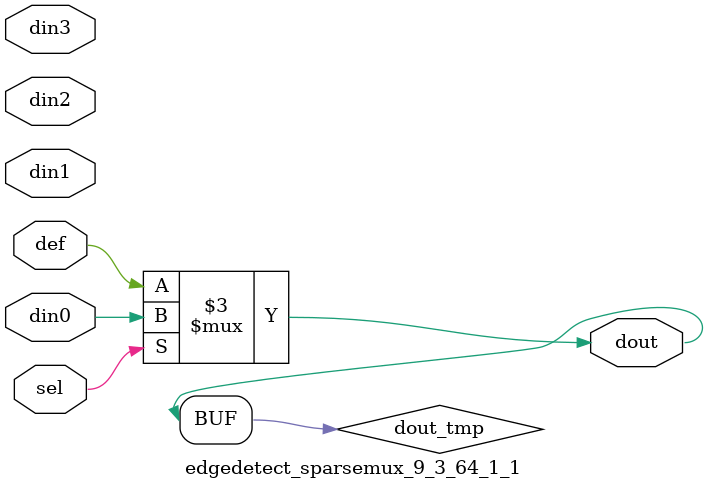
<source format=v>
`timescale 1ns / 1ps

module edgedetect_sparsemux_9_3_64_1_1 (din0,din1,din2,din3,def,sel,dout);

parameter din0_WIDTH = 1;

parameter din1_WIDTH = 1;

parameter din2_WIDTH = 1;

parameter din3_WIDTH = 1;

parameter def_WIDTH = 1;
parameter sel_WIDTH = 1;
parameter dout_WIDTH = 1;

parameter [sel_WIDTH-1:0] CASE0 = 1;

parameter [sel_WIDTH-1:0] CASE1 = 1;

parameter [sel_WIDTH-1:0] CASE2 = 1;

parameter [sel_WIDTH-1:0] CASE3 = 1;

parameter ID = 1;
parameter NUM_STAGE = 1;



input [din0_WIDTH-1:0] din0;

input [din1_WIDTH-1:0] din1;

input [din2_WIDTH-1:0] din2;

input [din3_WIDTH-1:0] din3;

input [def_WIDTH-1:0] def;
input [sel_WIDTH-1:0] sel;

output [dout_WIDTH-1:0] dout;



reg [dout_WIDTH-1:0] dout_tmp;


always @ (*) begin
(* parallel_case *) case (sel)
    
    CASE0 : dout_tmp = din0;
    
    CASE1 : dout_tmp = din1;
    
    CASE2 : dout_tmp = din2;
    
    CASE3 : dout_tmp = din3;
    
    default : dout_tmp = def;
endcase
end


assign dout = dout_tmp;



endmodule

</source>
